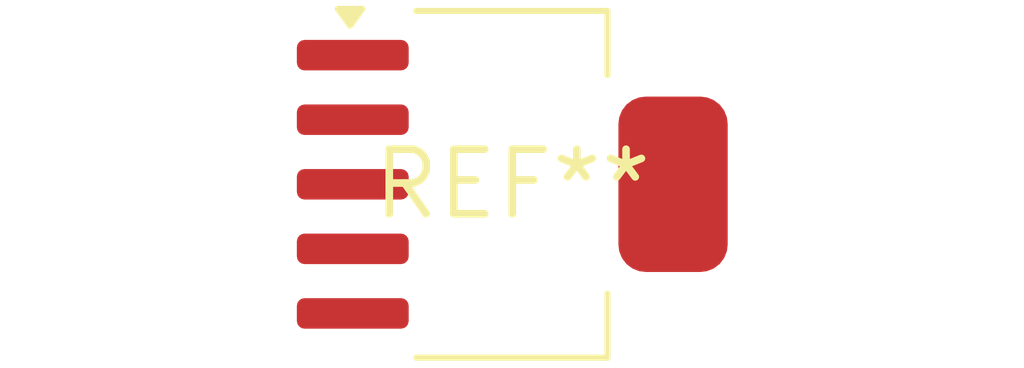
<source format=kicad_pcb>
(kicad_pcb (version 20240108) (generator pcbnew)
  (layers (0 "F.Cu" signal) (31 "B.Cu" signal) (34 "B.Paste" user) (35 "F.Paste" user) (36 "B.SilkS" user "B.Silkscreen") (37 "F.SilkS" user "F.Silkscreen") (38 "B.Mask" user) (39 "F.Mask" user) (44 "Edge.Cuts" user))
  (net 0 "")
  (footprint "SOT-223-6_TabPin3" (layer "F.Cu") (at 0 0)
    (property "Reference" "REF**")
    (property "Value" "SOT-223-6_TabPin3")
    (fp_line (start -1.8875 -3.41) (end 1.8725 -3.41) (layer "F.SilkS") (stroke (width 0.12)))
    (fp_line (start -1.8875 3.41) (end 1.8725 3.41) (layer "F.SilkS") (stroke (width 0.12)))
    (fp_line (start 1.8725 -3.41) (end 1.8725 -2.15) (layer "F.SilkS") (stroke (width 0.12)))
    (fp_line (start 1.8725 3.41) (end 1.8725 2.15) (layer "F.SilkS") (stroke (width 0.12)))
    (fp_poly (pts (xy -3.19 -3.12) (xy -3.43 -3.45) (xy -2.95 -3.45) (xy -3.19 -3.12)) (layer "F.SilkS") (stroke (width 0.12)) (fill solid))
    (pad "1" smd roundrect (at -3.1375 -2.54) (size 2.2 0.6) (layers "F.Cu" "F.Paste" "F.Mask"))
    (pad "2" smd roundrect (at -3.1375 -1.27) (size 2.2 0.6) (layers "F.Cu" "F.Paste" "F.Mask"))
    (pad "3" smd roundrect (at -3.1375 0) (size 2.2 0.6) (layers "F.Cu" "F.Paste" "F.Mask"))
    (pad "3" smd roundrect (at 3.1625 0) (size 2.15 3.45) (layers "F.Cu" "F.Paste" "F.Mask"))
    (pad "4" smd roundrect (at -3.1375 1.27) (size 2.2 0.6) (layers "F.Cu" "F.Paste" "F.Mask"))
    (pad "5" smd roundrect (at -3.1375 2.54) (size 2.2 0.6) (layers "F.Cu" "F.Paste" "F.Mask"))
  )
)
</source>
